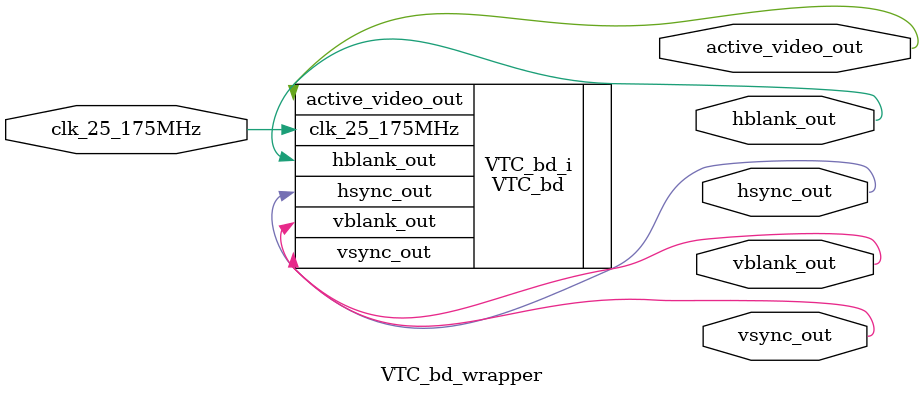
<source format=v>
`timescale 1 ps / 1 ps

module VTC_bd_wrapper
   (active_video_out,
    clk_25_175MHz,
    hblank_out,
    hsync_out,
    vblank_out,
    vsync_out);
  output active_video_out;
  input clk_25_175MHz;
  output hblank_out;
  output hsync_out;
  output vblank_out;
  output vsync_out;

  wire active_video_out;
  wire clk_25_175MHz;
  wire hblank_out;
  wire hsync_out;
  wire vblank_out;
  wire vsync_out;

  VTC_bd VTC_bd_i
       (.active_video_out(active_video_out),
        .clk_25_175MHz(clk_25_175MHz),
        .hblank_out(hblank_out),
        .hsync_out(hsync_out),
        .vblank_out(vblank_out),
        .vsync_out(vsync_out));
endmodule

</source>
